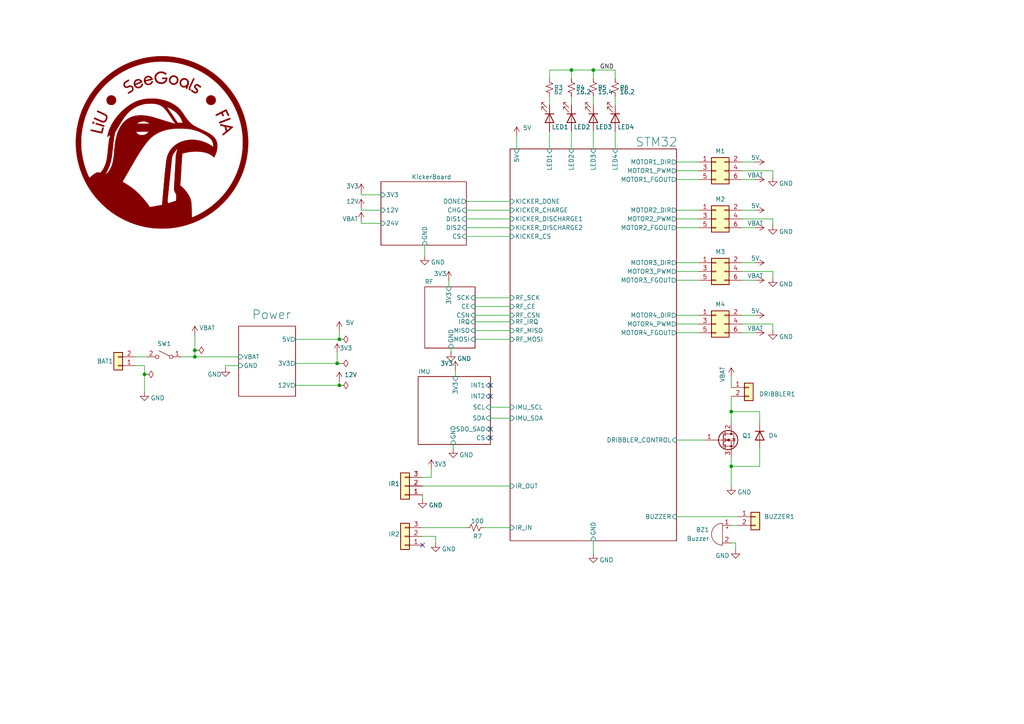
<source format=kicad_sch>
(kicad_sch (version 20250114) (generator "eeschema") (generator_version "9.0")
  (paper "A4")
  (title_block (title "pwr_v2") (date "2025-05-11") (rev "V2") (comment 1 "Schematic designed by Aditya Dharamshi for LiU FIA SeeGoals"))
  (lib_symbols
    (symbol "Connector_Generic:Conn_01x02" (pin_names (offset 1.016) (hide yes))
      (property "Reference" "J" (at 0 2.54 0))
      (property "Value" "Conn_01x02" (at 0 -5.08 0))
      (symbol "Conn_01x02_1_1"
        (pin passive line (at -5.08 0 0) (length 3.81) (name "Pin_1") (number "1"))
        (pin passive line (at -5.08 -2.54 0) (length 3.81) (name "Pin_2") (number "2"))
      )
    )
    (symbol "Connector_Generic:Conn_01x03" (pin_names (offset 1.016) (hide yes))
      (property "Reference" "J" (at 0 5.08 0))
      (property "Value" "Conn_01x03" (at 0 -5.08 0))
      (symbol "Conn_01x03_1_1"
        (pin passive line (at -5.08 2.54 0) (length 3.81) (name "Pin_1") (number "1"))
        (pin passive line (at -5.08 0 0) (length 3.81) (name "Pin_2") (number "2"))
        (pin passive line (at -5.08 -2.54 0) (length 3.81) (name "Pin_3") (number "3"))
      )
    )
    (symbol "Connector_Generic:Conn_02x03_Odd_Even" (pin_names (offset 1.016) (hide yes))
      (property "Reference" "J" (at 1.27 5.08 0))
      (property "Value" "Conn_02x03_Odd_Even" (at 1.27 -5.08 0))
      (symbol "Conn_02x03_Odd_Even_1_1"
        (pin passive line (at -5.08 2.54 0) (length 3.81) (name "Pin_1") (number "1"))
        (pin passive line (at -5.08 0 0) (length 3.81) (name "Pin_3") (number "3"))
        (pin passive line (at -5.08 -2.54 0) (length 3.81) (name "Pin_5") (number "5"))
        (pin passive line (at 7.62 2.54 180) (length 3.81) (name "Pin_2") (number "2"))
        (pin passive line (at 7.62 0 180) (length 3.81) (name "Pin_4") (number "4"))
        (pin passive line (at 7.62 -2.54 180) (length 3.81) (name "Pin_6") (number "6"))
      )
    )
    (symbol "Device:Buzzer" (pin_names (offset 0.0254) (hide yes))
      (property "Reference" "BZ" (at 3.81 1.27 0))
      (property "Value" "Buzzer" (at 3.81 -1.27 0))
      (symbol "Buzzer_1_1"
        (pin passive line (at -2.54 2.54 0) (length 2.54) (name "+") (number "1"))
        (pin passive line (at -2.54 -2.54 0) (length 2.54) (name "-") (number "2"))
      )
    )
    (symbol "Device:D" (pin_numbers (hide yes)) (pin_names (offset 1.016) (hide yes))
      (property "Reference" "D" (at 0 2.54 0))
      (property "Value" "D" (at 0 -2.54 0))
      (symbol "D_1_1"
        (pin passive line (at -3.81 0 0) (length 2.54) (name "K") (number "1"))
        (pin passive line (at 3.81 0 180) (length 2.54) (name "A") (number "2"))
      )
    )
    (symbol "Device:LED" (pin_numbers (hide yes)) (pin_names (offset 1.016) (hide yes))
      (property "Reference" "D" (at 0 2.54 0))
      (property "Value" "LED" (at 0 -2.54 0))
      (symbol "LED_1_1"
        (pin passive line (at -3.81 0 0) (length 2.54) (name "K") (number "1"))
        (pin passive line (at 3.81 0 180) (length 2.54) (name "A") (number "2"))
      )
    )
    (symbol "Device:R_Small_US" (pin_numbers (hide yes)) (pin_names (offset 0.254) (hide yes))
      (property "Reference" "R" (at 0.762 0.508 0))
      (property "Value" "R_Small_US" (at 0.762 -1.016 0))
      (symbol "R_Small_US_1_1"
        (pin passive line (at 0 2.54 270) (length 1.016) (name "~") (number "1"))
        (pin passive line (at 0 -2.54 90) (length 1.016) (name "~") (number "2"))
      )
    )
    (symbol "LED_1" (pin_numbers (hide yes)) (pin_names (offset 1.016) (hide yes))
      (property "Reference" "D" (at 0 2.54 0))
      (property "Value" "LED" (at 0 -2.54 0))
      (symbol "LED_1_1_1"
        (pin passive line (at -3.81 0 0) (length 2.54) (name "K") (number "1"))
        (pin passive line (at 3.81 0 180) (length 2.54) (name "A") (number "2"))
      )
    )
    (symbol "LED_2" (pin_numbers (hide yes)) (pin_names (offset 1.016) (hide yes))
      (property "Reference" "D" (at 0 2.54 0))
      (property "Value" "LED" (at 0 -2.54 0))
      (symbol "LED_2_1_1"
        (pin passive line (at -3.81 0 0) (length 2.54) (name "K") (number "1"))
        (pin passive line (at 3.81 0 180) (length 2.54) (name "A") (number "2"))
      )
    )
    (symbol "LED_3" (pin_numbers (hide yes)) (pin_names (offset 1.016) (hide yes))
      (property "Reference" "D" (at 0 2.54 0))
      (property "Value" "LED" (at 0 -2.54 0))
      (symbol "LED_3_1_1"
        (pin passive line (at -3.81 0 0) (length 2.54) (name "K") (number "1"))
        (pin passive line (at 3.81 0 180) (length 2.54) (name "A") (number "2"))
      )
    )
    (symbol "Logo:LOGO" (pin_names (offset 1.016)))
    (symbol "Switch:SW_SPST" (pin_names (offset 0) (hide yes))
      (property "Reference" "SW" (at 0 3.175 0))
      (property "Value" "SW_SPST" (at 0 -2.54 0))
      (symbol "SW_SPST_1_1"
        (pin passive line (at -5.08 0 0) (length 2.54) (name "A") (number "1"))
        (pin passive line (at 5.08 0 180) (length 2.54) (name "B") (number "2"))
      )
    )
    (symbol "Transistor_FET:BUK9832-55A" (pin_names (hide yes))
      (property "Reference" "Q" (at 5.08 1.905 0))
      (property "Value" "BUK9832-55A" (at 5.08 0 0))
      (symbol "BUK9832-55A_1_1"
        (pin input line (at -5.08 0 0) (length 2.54) (name "G") (number "1"))
        (pin passive line (at 2.54 5.08 270) (length 2.54) (name "D") (number "2"))
        (pin passive line (at 2.54 -5.08 90) (length 2.54) (name "S") (number "3"))
      )
    )
    (symbol "power:+5V" (power) (pin_numbers (hide yes)) (pin_names (offset 0) (hide yes))
      (property "Value" "+5V" (at 0 3.556 0))
      (symbol "+5V_1_1"
        (pin power_in line (at 0 0 90) (length 0) (name "~") (number "1"))
      )
    )
    (symbol "power:GND" (power) (pin_numbers (hide yes)) (pin_names (offset 0) (hide yes))
      (property "Value" "GND" (at 0 -3.81 0))
      (symbol "GND_1_1"
        (pin power_in line (at 0 0 270) (length 0) (name "~") (number "1"))
      )
    )
    (symbol "power:PWR_FLAG" (power) (pin_numbers (hide yes)) (pin_names (offset 0) (hide yes))
      (property "Value" "PWR_FLAG" (at 0 3.81 0))
      (symbol "PWR_FLAG_0_0"
        (pin power_out line (at 0 0 90) (length 0) (name "~") (number "1"))
      )
    )
    (symbol "power:VDD" (power) (pin_numbers (hide yes)) (pin_names (offset 0) (hide yes))
      (property "Value" "VDD" (at 0 3.556 0))
      (symbol "VDD_1_1"
        (pin power_in line (at 0 0 90) (length 0) (name "~") (number "1"))
      )
    )
  )
  (junction (at 98.425 98.425))
  (junction (at 165.735 20.32))
  (junction (at 97.79 105.41))
  (junction (at 212.09 135.255))
  (junction (at 56.515 103.505))
  (junction (at 41.91 108.585))
  (junction (at 212.09 119.38))
  (junction (at 172.085 20.32))
  (junction (at 56.515 101.6))
  (junction (at 98.425 111.76))
  (no_connect (at 142.24 111.76))
  (no_connect (at 122.555 158.115))
  (no_connect (at 142.24 114.935))
  (no_connect (at 142.24 124.46))
  (no_connect (at 142.24 127))
  (wire (pts (xy 98.425 110.49) (xy 98.425 111.76)))
  (wire (pts (xy 104.775 60.96) (xy 110.49 60.96)))
  (wire (pts (xy 172.085 30.48) (xy 172.085 27.94)))
  (wire (pts (xy 65.405 106.045) (xy 65.405 106.68)))
  (wire (pts (xy 215.265 96.52) (xy 219.075 96.52)))
  (wire (pts (xy 196.215 46.99) (xy 202.565 46.99)))
  (wire (pts (xy 215.265 66.04) (xy 219.075 66.04)))
  (wire (pts (xy 196.215 49.53) (xy 202.565 49.53)))
  (wire (pts (xy 220.345 122.555) (xy 220.345 119.38)))
  (wire (pts (xy 196.215 91.44) (xy 202.565 91.44)))
  (wire (pts (xy 137.795 86.36) (xy 147.955 86.36)))
  (wire (pts (xy 85.725 111.76) (xy 98.425 111.76)))
  (wire (pts (xy 137.795 95.885) (xy 147.955 95.885)))
  (wire (pts (xy 104.775 60.325) (xy 104.775 60.96)))
  (wire (pts (xy 137.795 88.9) (xy 147.955 88.9)))
  (wire (pts (xy 131.445 130.175) (xy 131.445 128.905)))
  (wire (pts (xy 220.345 135.255) (xy 212.09 135.255)))
  (wire (pts (xy 212.09 132.715) (xy 212.09 135.255)))
  (wire (pts (xy 135.255 60.96) (xy 147.955 60.96)))
  (wire (pts (xy 213.36 157.48) (xy 212.09 157.48)))
  (wire (pts (xy 122.555 144.78) (xy 122.555 143.51)))
  (wire (pts (xy 56.515 101.6) (xy 56.515 103.505)))
  (wire (pts (xy 135.255 66.04) (xy 147.955 66.04)))
  (wire (pts (xy 196.215 93.98) (xy 202.565 93.98)))
  (wire (pts (xy 39.37 106.045) (xy 41.91 106.045)))
  (wire (pts (xy 135.255 58.42) (xy 147.955 58.42)))
  (wire (pts (xy 159.385 38.1) (xy 159.385 43.18)))
  (wire (pts (xy 224.155 63.5) (xy 224.155 65.405)))
  (wire (pts (xy 196.215 63.5) (xy 202.565 63.5)))
  (wire (pts (xy 212.09 152.4) (xy 213.995 152.4)))
  (wire (pts (xy 196.215 149.86) (xy 213.995 149.86)))
  (wire (pts (xy 137.795 93.345) (xy 147.955 93.345)))
  (wire (pts (xy 137.795 91.44) (xy 147.955 91.44)))
  (wire (pts (xy 178.435 20.32) (xy 172.085 20.32)))
  (wire (pts (xy 97.79 102.235) (xy 97.79 105.41)))
  (wire (pts (xy 97.79 105.41) (xy 98.425 105.41)))
  (wire (pts (xy 135.255 68.58) (xy 147.955 68.58)))
  (wire (pts (xy 142.24 118.11) (xy 147.955 118.11)))
  (wire (pts (xy 212.09 119.38) (xy 212.09 122.555)))
  (wire (pts (xy 215.265 60.96) (xy 219.075 60.96)))
  (wire (pts (xy 123.19 74.295) (xy 123.19 71.12)))
  (wire (pts (xy 122.555 140.97) (xy 147.955 140.97)))
  (wire (pts (xy 159.385 20.32) (xy 165.735 20.32)))
  (wire (pts (xy 126.365 155.575) (xy 122.555 155.575)))
  (wire (pts (xy 215.265 49.53) (xy 224.155 49.53)))
  (wire (pts (xy 135.255 63.5) (xy 147.955 63.5)))
  (wire (pts (xy 42.545 103.505) (xy 39.37 103.505)))
  (wire (pts (xy 98.425 95.885) (xy 98.425 98.425)))
  (wire (pts (xy 172.085 22.86) (xy 172.085 20.32)))
  (wire (pts (xy 132.08 107.315) (xy 132.08 109.22)))
  (wire (pts (xy 215.265 91.44) (xy 219.075 91.44)))
  (wire (pts (xy 125.095 135.89) (xy 125.095 138.43)))
  (wire (pts (xy 165.735 20.32) (xy 172.085 20.32)))
  (wire (pts (xy 56.515 103.505) (xy 69.215 103.505)))
  (wire (pts (xy 165.735 38.1) (xy 165.735 43.18)))
  (wire (pts (xy 196.215 81.28) (xy 202.565 81.28)))
  (wire (pts (xy 65.405 106.045) (xy 69.215 106.045)))
  (wire (pts (xy 159.385 22.86) (xy 159.385 20.32)))
  (wire (pts (xy 104.775 64.77) (xy 110.49 64.77)))
  (wire (pts (xy 104.775 64.135) (xy 104.775 64.77)))
  (wire (pts (xy 85.725 105.41) (xy 97.79 105.41)))
  (wire (pts (xy 172.085 38.1) (xy 172.085 43.18)))
  (wire (pts (xy 85.725 98.425) (xy 98.425 98.425)))
  (wire (pts (xy 196.215 127.635) (xy 204.47 127.635)))
  (wire (pts (xy 212.09 114.935) (xy 212.09 119.38)))
  (wire (pts (xy 56.515 97.155) (xy 56.515 101.6)))
  (wire (pts (xy 178.435 38.1) (xy 178.435 43.18)))
  (wire (pts (xy 178.435 30.48) (xy 178.435 27.94)))
  (wire (pts (xy 213.36 159.385) (xy 213.36 157.48)))
  (wire (pts (xy 224.155 93.98) (xy 224.155 95.885)))
  (wire (pts (xy 215.265 81.28) (xy 219.075 81.28)))
  (wire (pts (xy 196.215 78.74) (xy 202.565 78.74)))
  (wire (pts (xy 126.365 157.48) (xy 126.365 155.575)))
  (wire (pts (xy 137.795 98.425) (xy 147.955 98.425)))
  (wire (pts (xy 178.435 22.86) (xy 178.435 20.32)))
  (wire (pts (xy 212.09 109.22) (xy 212.09 112.395)))
  (wire (pts (xy 122.555 153.035) (xy 135.255 153.035)))
  (wire (pts (xy 196.215 60.96) (xy 202.565 60.96)))
  (wire (pts (xy 215.265 76.2) (xy 219.075 76.2)))
  (wire (pts (xy 172.085 160.655) (xy 172.085 156.845)))
  (wire (pts (xy 215.265 52.07) (xy 219.075 52.07)))
  (wire (pts (xy 104.775 55.88) (xy 104.775 56.515)))
  (wire (pts (xy 140.335 153.035) (xy 147.955 153.035)))
  (wire (pts (xy 215.265 63.5) (xy 224.155 63.5)))
  (wire (pts (xy 149.86 39.37) (xy 149.86 43.18)))
  (wire (pts (xy 196.215 76.2) (xy 202.565 76.2)))
  (wire (pts (xy 104.775 56.515) (xy 110.49 56.515)))
  (wire (pts (xy 196.215 66.04) (xy 202.565 66.04)))
  (wire (pts (xy 165.735 22.86) (xy 165.735 20.32)))
  (wire (pts (xy 224.155 49.53) (xy 224.155 51.435)))
  (wire (pts (xy 196.215 96.52) (xy 202.565 96.52)))
  (wire (pts (xy 220.345 119.38) (xy 212.09 119.38)))
  (wire (pts (xy 212.09 135.255) (xy 212.09 140.97)))
  (wire (pts (xy 125.095 138.43) (xy 122.555 138.43)))
  (wire (pts (xy 220.345 130.175) (xy 220.345 135.255)))
  (wire (pts (xy 224.155 78.74) (xy 224.155 80.645)))
  (wire (pts (xy 165.735 30.48) (xy 165.735 27.94)))
  (wire (pts (xy 215.265 93.98) (xy 224.155 93.98)))
  (wire (pts (xy 159.385 30.48) (xy 159.385 27.94)))
  (wire (pts (xy 215.265 78.74) (xy 224.155 78.74)))
  (wire (pts (xy 142.24 121.285) (xy 147.955 121.285)))
  (wire (pts (xy 41.91 106.045) (xy 41.91 108.585)))
  (wire (pts (xy 130.175 81.28) (xy 130.175 83.185)))
  (wire (pts (xy 130.81 102.235) (xy 130.81 100.965)))
  (wire (pts (xy 41.91 108.585) (xy 41.91 113.665)))
  (wire (pts (xy 196.215 52.07) (xy 202.565 52.07)))
  (wire (pts (xy 215.265 46.99) (xy 219.075 46.99)))
  (wire (pts (xy 52.705 103.505) (xy 56.515 103.505)))
  (label "GND" (at 173.99 20.32 0))
  (symbol (lib_id "power:+5V") (at 125.095 135.89 0) (unit 1)
    (property "Reference" "#PWR06" (effects (hide yes)))
    (property "Value" "3V3" (at 127.635 134.62 0))
    (property "Description" "Power symbol creates a global label with name \"+5V\"" (effects (hide yes)))
  )
  (symbol (lib_id "Connector_Generic:Conn_01x02") (at 217.17 112.395 0) (unit 1) (in_bom no)
    (property "Reference" "DRIBBLER1" (at 225.425 114.3 0))
    (property "Value" "Conn_01x02" (effects (hide yes)))
    (property "Footprint" "Connector_PinHeader_2.54mm:PinHeader_1x02_P2.54mm_Vertical" (effects (hide yes)))
    (property "Description" "Generic connector, single row, 01x02, script generated (kicad-library-utils/schlib/autogen/connector/)" (effects (hide yes)))
  )
  (symbol (lib_id "Device:R_Small_US") (at 159.385 25.4 0) (unit 1)
    (property "Reference" "R3" (at 160.655 25.4 0) (effects (justify left)))
    (property "Value" "62" (at 160.655 26.67 0) (effects (justify left)))
    (property "Footprint" "Resistor_SMD:R_0603_1608Metric" (effects (hide yes)))
    (property "Description" "JLC:C23222" (effects (hide yes)))
  )
  (symbol (lib_id "power:GND") (at 126.365 157.48 0) (unit 1)
    (property "Reference" "#PWR086" (effects (hide yes)))
    (property "Value" "GND" (at 130.175 159.258 0))
    (property "Description" "Power symbol creates a global label with name \"GND\" , ground" (effects (hide yes)))
  )
  (symbol (lib_id "Connector_Generic:Conn_02x03_Odd_Even") (at 207.645 78.74 0) (unit 1)
    (property "Reference" "M3" (at 208.915 73.025 0))
    (property "Value" "Conn_02x03_Counter_Clockwise" (effects (hide yes)))
    (property "Footprint" "Connector_PinSocket_2.54mm:PinSocket_2x03_P2.54mm_Vertical" (effects (hide yes)))
    (property "Description" "JLC:C92272" (effects (hide yes)))
  )
  (symbol (lib_id "power:+5V") (at 219.075 52.07 270) (unit 1)
    (property "Reference" "#PWR067" (effects (hide yes)))
    (property "Value" "VBAT" (at 219.075 50.8 90))
    (property "Description" "Power symbol creates a global label with name \"+5V\"" (effects (hide yes)))
  )
  (symbol (lib_id "power:+5V") (at 104.775 55.88 0) (unit 1)
    (property "Reference" "#PWR060" (effects (hide yes)))
    (property "Value" "3V3" (at 102.235 53.975 0))
    (property "Description" "Power symbol creates a global label with name \"+5V\"" (effects (hide yes)))
  )
  (symbol (lib_id "Switch:SW_SPST") (at 47.625 103.505 0) (mirror y) (unit 1) (in_bom no)
    (property "Reference" "SW1" (at 47.625 99.695 0))
    (property "Value" "SW_SPST" (effects (hide yes)))
    (property "Footprint" "Button_Switch_THT:WS-RSTV_27.6 x13.8_RockerSwitch" (effects (hide yes)))
    (property "Description" "471005264152" (effects (hide yes)))
  )
  (symbol (lib_id "power:GND") (at 224.155 65.405 0) (unit 1)
    (property "Reference" "#PWR071" (effects (hide yes)))
    (property "Value" "GND" (at 227.965 67.183 0))
    (property "Description" "Power symbol creates a global label with name \"GND\" , ground" (effects (hide yes)))
  )
  (symbol (lib_id "power:PWR_FLAG") (at 98.425 105.41 270) (unit 1)
    (property "Reference" "#FLG06" (effects (hide yes)))
    (property "Value" "PWR_FLAG" (effects (hide yes)))
    (property "Description" "Special symbol for telling ERC where power comes from" (effects (hide yes)))
  )
  (symbol (lib_id "power:PWR_FLAG") (at 98.425 98.425 270) (unit 1)
    (property "Reference" "#FLG02" (effects (hide yes)))
    (property "Value" "PWR_FLAG" (effects (hide yes)))
    (property "Description" "Special symbol for telling ERC where power comes from" (effects (hide yes)))
  )
  (symbol (lib_id "Device:R_Small_US") (at 137.795 153.035 270) (unit 1)
    (property "Reference" "R7" (at 137.16 155.575 90) (effects (justify left)))
    (property "Value" "100" (at 136.525 151.13 90) (effects (justify left)))
    (property "Footprint" "Resistor_SMD:R_1206_3216Metric" (effects (hide yes)))
    (property "Description" "JLC:C22775" (effects (hide yes)))
  )
  (symbol (lib_id "Connector_Generic:Conn_02x03_Odd_Even") (at 207.645 49.53 0) (unit 1)
    (property "Reference" "M1" (at 208.915 43.815 0))
    (property "Value" "Conn_02x03_Counter_Clockwise" (effects (hide yes)))
    (property "Footprint" "Connector_PinSocket_2.54mm:PinSocket_2x03_P2.54mm_Vertical" (effects (hide yes)))
    (property "Description" "JLC:C92272" (effects (hide yes)))
  )
  (symbol (lib_id "power:+5V") (at 219.075 66.04 270) (unit 1)
    (property "Reference" "#PWR069" (effects (hide yes)))
    (property "Value" "VBAT" (at 219.075 64.77 90))
    (property "Description" "Power symbol creates a global label with name \"+5V\"" (effects (hide yes)))
  )
  (symbol (lib_id "power:+5V") (at 219.075 91.44 270) (unit 1)
    (property "Reference" "#PWR076" (effects (hide yes)))
    (property "Value" "5V" (at 219.075 90.17 90))
    (property "Description" "Power symbol creates a global label with name \"+5V\"" (effects (hide yes)))
  )
  (symbol (lib_id "power:GND") (at 172.085 160.655 0) (unit 1)
    (property "Reference" "#PWR021" (effects (hide yes)))
    (property "Value" "GND" (at 175.895 162.433 0))
    (property "Description" "Power symbol creates a global label with name \"GND\" , ground" (effects (hide yes)))
  )
  (symbol (lib_name "LED_3") (lib_id "Device:LED") (at 172.085 34.29 270) (unit 1)
    (property "Reference" "LED3" (at 172.72 36.83 90) (effects (justify left)))
    (property "Value" "WHITE LED" (effects (hide yes)))
    (property "Footprint" "LED_SMD:LED_0603_1608Metric" (effects (hide yes)))
    (property "Description" "JLC:C2290" (effects (hide yes)))
  )
  (symbol (lib_id "Connector_Generic:Conn_01x02") (at 219.075 149.86 0) (unit 1)
    (property "Reference" "BUZZER1" (at 221.615 149.8599 0) (effects (justify left)))
    (property "Value" "Conn_01x02" (effects (hide yes)))
    (property "Footprint" "Connector_PinHeader_2.54mm:PinHeader_1x02_P2.54mm_Vertical" (effects (hide yes)))
    (property "Description" "JLC:C27985187" (effects (hide yes)))
  )
  (symbol (lib_id "Connector_Generic:Conn_01x03") (at 117.475 140.97 180) (unit 1) (in_bom no)
    (property "Reference" "IR1" (at 114.3 140.335 0))
    (property "Value" "Conn_01x03" (effects (hide yes)))
    (property "Footprint" "Connector_Hirose:Hirose_DF13-03P-1.25DSA_1x03_P1.25mm_Vertical" (effects (hide yes)))
    (property "Description" "Generic connector, single row, 01x03, script generated (kicad-library-utils/schlib/autogen/connector/)" (effects (hide yes)))
  )
  (symbol (lib_id "power:GND") (at 224.155 95.885 0) (unit 1)
    (property "Reference" "#PWR077" (effects (hide yes)))
    (property "Value" "GND" (at 227.965 97.663 0))
    (property "Description" "Power symbol creates a global label with name \"GND\" , ground" (effects (hide yes)))
  )
  (symbol (lib_id "power:GND") (at 41.91 113.665 0) (unit 1)
    (property "Reference" "#PWR02" (effects (hide yes)))
    (property "Value" "GND" (at 45.72 115.443 0))
    (property "Description" "Power symbol creates a global label with name \"GND\" , ground" (effects (hide yes)))
  )
  (symbol (lib_id "Device:Buzzer") (at 209.55 154.94 0) (mirror y) (unit 1)
    (property "Reference" "BZ1" (at 205.74 153.6699 0) (effects (justify left)))
    (property "Value" "Buzzer" (at 205.74 156.2099 0) (effects (justify left)))
    (property "Footprint" "Buzzer_Beeper:Buzzer_9mm_P5_D1p95" (effects (hide yes)))
    (property "Description" "JLC:C96102" (effects (hide yes)))
  )
  (symbol (lib_id "Device:R_Small_US") (at 178.435 25.4 0) (unit 1)
    (property "Reference" "R6" (at 179.705 25.4 0) (effects (justify left)))
    (property "Value" "16.2" (at 179.705 26.67 0) (effects (justify left)))
    (property "Footprint" "Resistor_SMD:R_0603_1608Metric" (effects (hide yes)))
    (property "Description" "JLC:C22811" (effects (hide yes)))
  )
  (symbol (lib_id "Connector_Generic:Conn_01x02") (at 34.29 106.045 180) (unit 1)
    (property "Reference" "BAT1" (at 30.48 104.775 0))
    (property "Value" "XT60" (effects (hide yes)))
    (property "Footprint" "Connector_AMASS:AMASS_XT60-M_1x02_P7.20mm_Vertical" (effects (hide yes)))
    (property "Description" "JLC:C98733" (effects (hide yes)))
  )
  (symbol (lib_id "power:VDD") (at 56.515 97.155 0) (unit 1)
    (property "Reference" "#PWR01" (effects (hide yes)))
    (property "Value" "VBAT" (at 57.785 95.123 0) (effects (justify left)))
    (property "Description" "Power symbol creates a global label with name \"VDD\"" (effects (hide yes)))
  )
  (symbol (lib_id "power:+5V") (at 97.79 102.235 0) (unit 1)
    (property "Reference" "#PWR05" (effects (hide yes)))
    (property "Value" "3V3" (at 100.33 100.965 0))
    (property "Description" "Power symbol creates a global label with name \"+5V\"" (effects (hide yes)))
  )
  (symbol (lib_id "Device:D") (at 220.345 126.365 270) (unit 1)
    (property "Reference" "D4" (at 222.885 126.3649 90) (effects (justify left)))
    (property "Value" "D" (effects (hide yes)))
    (property "Footprint" "Diode_THT:D_DO-201AD_P15.24mm_Horizontal" (effects (hide yes)))
    (property "Description" "JLC:C2965232" (effects (hide yes)))
    (property "Sim.Device" "D" (effects (hide yes)))
    (property "Sim.Pins" "1=K 2=A" (effects (hide yes)))
  )
  (symbol (lib_id "power:+5V") (at 219.075 46.99 270) (unit 1)
    (property "Reference" "#PWR068" (effects (hide yes)))
    (property "Value" "5V" (at 219.075 45.72 90))
    (property "Description" "Power symbol creates a global label with name \"+5V\"" (effects (hide yes)))
  )
  (symbol (lib_id "Device:LED") (at 178.435 34.29 270) (unit 1)
    (property "Reference" "LED4" (at 179.07 36.83 90) (effects (justify left)))
    (property "Value" "BLUE LED" (effects (hide yes)))
    (property "Footprint" "LED_SMD:LED_0603_1608Metric" (effects (hide yes)))
    (property "Description" "JLC:C2288" (effects (hide yes)))
  )
  (symbol (lib_id "power:+5V") (at 219.075 76.2 270) (unit 1)
    (property "Reference" "#PWR073" (effects (hide yes)))
    (property "Value" "5V" (at 219.075 74.93 90))
    (property "Description" "Power symbol creates a global label with name \"+5V\"" (effects (hide yes)))
  )
  (symbol (lib_id "power:GND") (at 65.405 106.68 0) (unit 1)
    (property "Reference" "#PWR053" (effects (hide yes)))
    (property "Value" "GND" (at 62.23 108.585 0))
    (property "Description" "Power symbol creates a global label with name \"GND\" , ground" (effects (hide yes)))
  )
  (symbol (lib_id "power:+5V") (at 219.075 96.52 270) (unit 1)
    (property "Reference" "#PWR075" (effects (hide yes)))
    (property "Value" "VBAT" (at 219.075 95.25 90))
    (property "Description" "Power symbol creates a global label with name \"+5V\"" (effects (hide yes)))
  )
  (symbol (lib_id "power:PWR_FLAG") (at 56.515 101.6 270) (unit 1)
    (property "Reference" "#FLG01" (effects (hide yes)))
    (property "Value" "PWR_FLAG" (effects (hide yes)))
    (property "Description" "Special symbol for telling ERC where power comes from" (effects (hide yes)))
  )
  (symbol (lib_id "power:GND") (at 212.09 140.97 0) (unit 1)
    (property "Reference" "#PWR078" (effects (hide yes)))
    (property "Value" "GND" (at 215.9 142.748 0))
    (property "Description" "Power symbol creates a global label with name \"GND\" , ground" (effects (hide yes)))
  )
  (symbol (lib_id "Logo:LOGO") (at 46.99 41.275 0) (unit 1) (in_bom no) (on_board no)
    (property "Reference" "#G1" (effects (hide yes)))
    (property "Value" "LOGO" (effects (hide yes)))
  )
  (symbol (lib_id "power:GND") (at 213.36 159.385 0) (mirror y) (unit 1)
    (property "Reference" "#PWR080" (effects (hide yes)))
    (property "Value" "GND" (at 209.55 161.163 0))
    (property "Description" "Power symbol creates a global label with name \"GND\" , ground" (effects (hide yes)))
  )
  (symbol (lib_id "Device:R_Small_US") (at 165.735 25.4 0) (unit 1)
    (property "Reference" "R4" (at 167.005 25.4 0) (effects (justify left)))
    (property "Value" "16.2" (at 167.005 26.67 0) (effects (justify left)))
    (property "Footprint" "Resistor_SMD:R_0603_1608Metric" (effects (hide yes)))
    (property "Description" "JLC:C22811" (effects (hide yes)))
  )
  (symbol (lib_id "power:PWR_FLAG") (at 41.91 108.585 270) (unit 1)
    (property "Reference" "#GND0101" (effects (hide yes)))
    (property "Value" "PWR_FLAG" (effects (hide yes)))
    (property "Description" "Special symbol for telling ERC where power comes from" (effects (hide yes)))
  )
  (symbol (lib_id "power:GND") (at 130.81 102.235 0) (unit 1)
    (property "Reference" "#PWR083" (effects (hide yes)))
    (property "Value" "GND" (at 134.62 104.013 0))
    (property "Description" "Power symbol creates a global label with name \"GND\" , ground" (effects (hide yes)))
  )
  (symbol (lib_id "power:PWR_FLAG") (at 98.425 111.76 270) (unit 1)
    (property "Reference" "#FLG03" (effects (hide yes)))
    (property "Value" "PWR_FLAG" (effects (hide yes)))
    (property "Description" "Special symbol for telling ERC where power comes from" (effects (hide yes)))
  )
  (symbol (lib_id "power:+5V") (at 149.86 39.37 0) (unit 1)
    (property "Reference" "#PWR047" (effects (hide yes)))
    (property "Value" "5V" (at 152.908 37.084 0))
    (property "Description" "Power symbol creates a global label with name \"+5V\"" (effects (hide yes)))
  )
  (symbol (lib_id "power:GND") (at 224.155 80.645 0) (unit 1)
    (property "Reference" "#PWR074" (effects (hide yes)))
    (property "Value" "GND" (at 227.965 82.423 0))
    (property "Description" "Power symbol creates a global label with name \"GND\" , ground" (effects (hide yes)))
  )
  (symbol (lib_id "Connector_Generic:Conn_01x03") (at 117.475 155.575 180) (unit 1) (in_bom no)
    (property "Reference" "IR2" (at 114.3 154.94 0))
    (property "Value" "Conn_01x03" (effects (hide yes)))
    (property "Footprint" "Connector_Hirose:Hirose_DF13-03P-1.25DSA_1x03_P1.25mm_Vertical" (effects (hide yes)))
    (property "Description" "Generic connector, single row, 01x03, script generated (kicad-library-utils/schlib/autogen/connector/)" (effects (hide yes)))
  )
  (symbol (lib_id "Connector_Generic:Conn_02x03_Odd_Even") (at 207.645 93.98 0) (unit 1)
    (property "Reference" "M4" (at 208.915 88.265 0))
    (property "Value" "Conn_02x03_Counter_Clockwise" (effects (hide yes)))
    (property "Footprint" "Connector_PinSocket_2.54mm:PinSocket_2x03_P2.54mm_Vertical" (effects (hide yes)))
    (property "Description" "JLC:C92272" (effects (hide yes)))
  )
  (symbol (lib_id "power:GND") (at 224.155 51.435 0) (unit 1)
    (property "Reference" "#PWR058" (effects (hide yes)))
    (property "Value" "GND" (at 227.965 53.213 0))
    (property "Description" "Power symbol creates a global label with name \"GND\" , ground" (effects (hide yes)))
  )
  (symbol (lib_id "power:GND") (at 131.445 130.175 0) (unit 1)
    (property "Reference" "#PWR084" (effects (hide yes)))
    (property "Value" "GND" (at 135.255 131.953 0))
    (property "Description" "Power symbol creates a global label with name \"GND\" , ground" (effects (hide yes)))
  )
  (symbol (lib_id "power:GND") (at 123.19 74.295 0) (unit 1)
    (property "Reference" "#PWR059" (effects (hide yes)))
    (property "Value" "GND" (at 127 76.073 0))
    (property "Description" "Power symbol creates a global label with name \"GND\" , ground" (effects (hide yes)))
  )
  (symbol (lib_name "LED_2") (lib_id "Device:LED") (at 165.735 34.29 270) (unit 1)
    (property "Reference" "LED2" (at 166.37 36.83 90) (effects (justify left)))
    (property "Value" "BLUE LED" (effects (hide yes)))
    (property "Footprint" "LED_SMD:LED_0603_1608Metric" (effects (hide yes)))
    (property "Description" "JLC:C2288" (effects (hide yes)))
  )
  (symbol (lib_id "power:+5V") (at 104.775 64.135 0) (unit 1)
    (property "Reference" "#PWR062" (effects (hide yes)))
    (property "Value" "VBAT" (at 101.6 63.5 0))
    (property "Description" "Power symbol creates a global label with name \"+5V\"" (effects (hide yes)))
  )
  (symbol (lib_id "Device:R_Small_US") (at 172.085 25.4 0) (unit 1)
    (property "Reference" "R5" (at 173.355 25.4 0) (effects (justify left)))
    (property "Value" "15.4" (at 173.355 26.67 0) (effects (justify left)))
    (property "Footprint" "Resistor_SMD:R_0603_1608Metric" (effects (hide yes)))
    (property "Description" "JLC:C22805" (effects (hide yes)))
  )
  (symbol (lib_id "Connector_Generic:Conn_02x03_Odd_Even") (at 207.645 63.5 0) (unit 1)
    (property "Reference" "M2" (at 208.915 57.785 0))
    (property "Value" "Conn_02x03_Counter_Clockwise" (effects (hide yes)))
    (property "Footprint" "Connector_PinSocket_2.54mm:PinSocket_2x03_P2.54mm_Vertical" (effects (hide yes)))
    (property "Description" "JLC:C92272" (effects (hide yes)))
  )
  (symbol (lib_name "LED_1") (lib_id "Device:LED") (at 159.385 34.29 270) (unit 1)
    (property "Reference" "LED1" (at 160.02 36.83 90) (effects (justify left)))
    (property "Value" "RED LED" (effects (hide yes)))
    (property "Footprint" "LED_SMD:LED_0603_1608Metric" (effects (hide yes)))
    (property "Description" "JLC:C2286" (effects (hide yes)))
  )
  (symbol (lib_id "power:+5V") (at 212.09 109.22 0) (unit 1)
    (property "Reference" "#PWR079" (effects (hide yes)))
    (property "Value" "VBAT" (at 209.55 108.585 90))
    (property "Description" "Power symbol creates a global label with name \"+5V\"" (effects (hide yes)))
  )
  (symbol (lib_id "power:GND") (at 122.555 144.78 0) (unit 1)
    (property "Reference" "#PWR087" (effects (hide yes)))
    (property "Value" "GND" (at 126.365 146.558 0))
    (property "Description" "Power symbol creates a global label with name \"GND\" , ground" (effects (hide yes)))
  )
  (symbol (lib_id "Transistor_FET:BUK9832-55A") (at 209.55 127.635 0) (unit 1)
    (property "Reference" "Q1" (at 215.265 126.3649 0) (effects (justify left)))
    (property "Value" "BUK9832-55A" (effects (hide yes)))
    (property "Footprint" "Package_TO_SOT_THT:TO-220-3_Vertical" (effects (hide yes)))
    (property "Datasheet" "https://assets.nexperia.com/documents/data-sheet/BUK9832-55A.pdf" (effects (hide yes)))
    (property "Description" "JLC:C38774" (effects (hide yes)))
  )
  (symbol (lib_id "power:+5V") (at 219.075 81.28 270) (unit 1)
    (property "Reference" "#PWR072" (effects (hide yes)))
    (property "Value" "VBAT" (at 219.075 80.01 90))
    (property "Description" "Power symbol creates a global label with name \"+5V\"" (effects (hide yes)))
  )
  (symbol (lib_id "power:+5V") (at 219.075 60.96 270) (unit 1)
    (property "Reference" "#PWR070" (effects (hide yes)))
    (property "Value" "5V" (at 219.075 59.69 90))
    (property "Description" "Power symbol creates a global label with name \"+5V\"" (effects (hide yes)))
  )
  (symbol (lib_id "power:+5V") (at 98.425 110.49 0) (unit 1)
    (property "Reference" "#PWR04" (effects (hide yes)))
    (property "Value" "12V" (at 101.727 108.712 0))
    (property "Description" "Power symbol creates a global label with name \"+5V\"" (effects (hide yes)))
  )
  (symbol (lib_id "power:+5V") (at 132.08 107.315 0) (unit 1)
    (property "Reference" "#PWR082" (effects (hide yes)))
    (property "Value" "3V3" (at 129.54 105.41 0))
    (property "Description" "Power symbol creates a global label with name \"+5V\"" (effects (hide yes)))
  )
  (symbol (lib_id "power:+5V") (at 104.775 60.325 0) (unit 1)
    (property "Reference" "#PWR061" (effects (hide yes)))
    (property "Value" "12V" (at 102.235 58.42 0))
    (property "Description" "Power symbol creates a global label with name \"+5V\"" (effects (hide yes)))
  )
  (symbol (lib_id "power:+5V") (at 130.175 81.28 0) (unit 1)
    (property "Reference" "#PWR081" (effects (hide yes)))
    (property "Value" "3V3" (at 127.635 79.375 0))
    (property "Description" "Power symbol creates a global label with name \"+5V\"" (effects (hide yes)))
  )
  (symbol (lib_id "power:+5V") (at 98.425 95.885 0) (unit 1)
    (property "Reference" "#PWR03" (effects (hide yes)))
    (property "Value" "5V" (at 101.473 93.599 0))
    (property "Description" "Power symbol creates a global label with name \"+5V\"" (effects (hide yes)))
  )
  (sheet (at 123.19 83.185) (size 14.605 17.78) (stroke (width 0.1524))
    (property "Sheetname" "RF" (at 123.19 82.4734 0) (effects (justify left bottom)))
    (property "Sheetfile" "rf.kicad_sch" (effects (hide yes)))
    (pin "3V3" input (at 130.175 83.185 90))
    (pin "CE" input (at 137.795 88.9 0))
    (pin "CSN" input (at 137.795 91.44 0))
    (pin "GND" input (at 130.81 100.965 270))
    (pin "IRQ" input (at 137.795 93.345 0))
    (pin "MISO" input (at 137.795 95.885 0))
    (pin "MOSI" input (at 137.795 98.425 0))
    (pin "SCK" input (at 137.795 86.36 0))
  )
  (sheet (at 121.285 109.22) (size 20.955 19.685) (stroke (width 0.1524))
    (property "Sheetname" "IMU" (at 121.285 108.5084 0) (effects (justify left bottom)))
    (property "Sheetfile" "imu.kicad_sch" (effects (hide yes)))
    (pin "3V3" input (at 132.08 109.22 90))
    (pin "CS" input (at 142.24 127 0))
    (pin "GND" input (at 131.445 128.905 270))
    (pin "INT1" input (at 142.24 111.76 0))
    (pin "INT2" input (at 142.24 114.935 0))
    (pin "SCL" input (at 142.24 118.11 0))
    (pin "SDA" input (at 142.24 121.285 0))
    (pin "SDO_SAO" input (at 142.24 124.46 0))
  )
  (sheet (at 69.215 94.615) (size 16.51 20.32) (stroke (width 0.1524))
    (property "Sheetname" "Power" (at 73.025 92.71 0) (effects (font (size 2.54 2.54)) (justify left bottom)))
    (property "Sheetfile" "pwrmgmt_sch.kicad_sch" (effects (hide yes)))
    (pin "12V" output (at 85.725 111.76 0))
    (pin "5V" output (at 85.725 98.425 0))
    (pin "VBAT" input (at 69.215 103.505 180))
    (pin "GND" input (at 69.215 106.045 180))
    (pin "3V3" output (at 85.725 105.41 0))
  )
  (sheet (at 147.955 43.18) (size 48.26 113.665) (stroke (width 0.1524))
    (property "Sheetname" "STM32" (at 184.277 42.672 0) (effects (font (size 2.54 2.54)) (justify left bottom)))
    (property "Sheetfile" "stm_sch.kicad_sch" (effects (hide yes)))
    (pin "MOTOR1_PWM" output (at 196.215 49.53 0))
    (pin "MOTOR1_DIR" output (at 196.215 46.99 0))
    (pin "MOTOR3_FGOUT" output (at 196.215 81.28 0))
    (pin "MOTOR4_DIR" output (at 196.215 91.44 0))
    (pin "MOTOR3_PWM" output (at 196.215 78.74 0))
    (pin "MOTOR2_DIR" output (at 196.215 60.96 0))
    (pin "MOTOR1_FGOUT" output (at 196.215 52.07 0))
    (pin "MOTOR2_PWM" output (at 196.215 63.5 0))
    (pin "MOTOR4_FGOUT" output (at 196.215 96.52 0))
    (pin "MOTOR3_DIR" output (at 196.215 76.2 0))
    (pin "MOTOR2_FGOUT" output (at 196.215 66.04 0))
    (pin "MOTOR4_PWM" output (at 196.215 93.98 0))
    (pin "5V" input (at 149.86 43.18 90))
    (pin "GND" input (at 172.085 156.845 270))
    (pin "KICKER_DISCHARGE1" input (at 147.955 63.5 180))
    (pin "KICKER_DISCHARGE2" input (at 147.955 66.04 180))
    (pin "IR_OUT" input (at 147.955 140.97 180))
    (pin "KICKER_CHARGE" input (at 147.955 60.96 180))
    (pin "IR_IN" input (at 147.955 153.035 180))
    (pin "KICKER_DONE" input (at 147.955 58.42 180))
    (pin "KICKER_CS" input (at 147.955 68.58 180))
    (pin "DRIBBLER_CONTROL" input (at 196.215 127.635 0))
    (pin "IMU_SCL" input (at 147.955 118.11 180))
    (pin "IMU_SDA" input (at 147.955 121.285 180))
    (pin "LED1" input (at 159.385 43.18 90))
    (pin "LED2" input (at 165.735 43.18 90))
    (pin "LED3" input (at 172.085 43.18 90))
    (pin "LED4" input (at 178.435 43.18 90))
    (pin "RF_CE" input (at 147.955 88.9 180))
    (pin "RF_CSN" input (at 147.955 91.44 180))
    (pin "RF_IRQ" input (at 147.955 93.345 180))
    (pin "RF_MISO" input (at 147.955 95.885 180))
    (pin "RF_MOSI" input (at 147.955 98.425 180))
    (pin "RF_SCK" input (at 147.955 86.36 180))
    (pin "BUZZER" input (at 196.215 149.86 0))
  )
  (sheet (at 110.49 52.705) (size 24.765 18.415) (stroke (width 0.1524))
    (property "Sheetname" "KickerBoard" (at 119.38 52.07 0) (effects (justify left bottom)))
    (property "Sheetfile" "kb.kicad_sch" (effects (hide yes)))
    (pin "GND" input (at 123.19 71.12 270))
    (pin "12V" input (at 110.49 60.96 180))
    (pin "24V" input (at 110.49 64.77 180))
    (pin "3V3" input (at 110.49 56.515 180))
    (pin "DONE" output (at 135.255 58.42 0))
    (pin "CHG" input (at 135.255 60.96 0))
    (pin "DIS2" input (at 135.255 66.04 0))
    (pin "DIS1" input (at 135.255 63.5 0))
    (pin "CS" input (at 135.255 68.58 0))
  )
)
</source>
